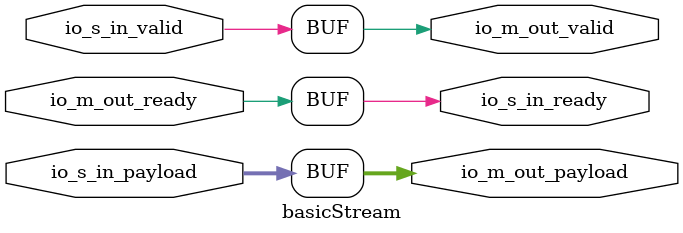
<source format=v>

`timescale 1ns/1ps

module basicStream (
  input               io_s_in_valid,
  output              io_s_in_ready,
  input      [31:0]   io_s_in_payload,
  output              io_m_out_valid,
  input               io_m_out_ready,
  output     [31:0]   io_m_out_payload
);


  assign io_m_out_valid = io_s_in_valid;
  assign io_s_in_ready = io_m_out_ready;
  assign io_m_out_payload = io_s_in_payload;

endmodule

</source>
